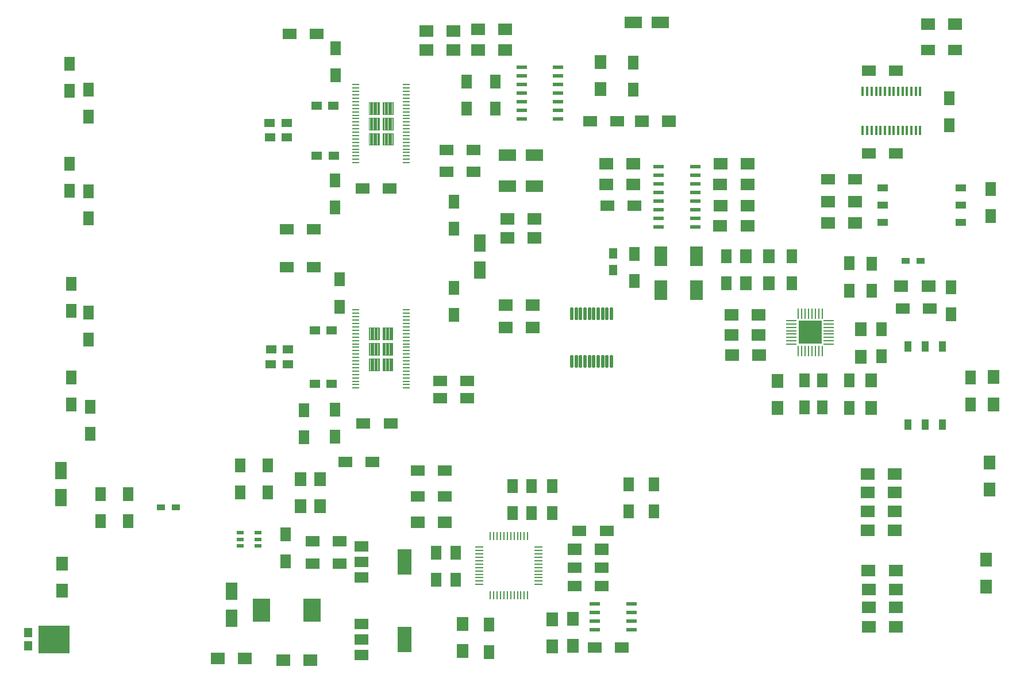
<source format=gtp>
G04 #@! TF.GenerationSoftware,KiCad,Pcbnew,7.0.1*
G04 #@! TF.CreationDate,2024-01-30T15:52:28+01:00*
G04 #@! TF.ProjectId,smd_aio,736d645f-6169-46f2-9e6b-696361645f70,rev?*
G04 #@! TF.SameCoordinates,Original*
G04 #@! TF.FileFunction,Paste,Top*
G04 #@! TF.FilePolarity,Positive*
%FSLAX46Y46*%
G04 Gerber Fmt 4.6, Leading zero omitted, Abs format (unit mm)*
G04 Created by KiCad (PCBNEW 7.0.1) date 2024-01-30 15:52:28*
%MOMM*%
%LPD*%
G01*
G04 APERTURE LIST*
G04 Aperture macros list*
%AMRoundRect*
0 Rectangle with rounded corners*
0 $1 Rounding radius*
0 $2 $3 $4 $5 $6 $7 $8 $9 X,Y pos of 4 corners*
0 Add a 4 corners polygon primitive as box body*
4,1,4,$2,$3,$4,$5,$6,$7,$8,$9,$2,$3,0*
0 Add four circle primitives for the rounded corners*
1,1,$1+$1,$2,$3*
1,1,$1+$1,$4,$5*
1,1,$1+$1,$6,$7*
1,1,$1+$1,$8,$9*
0 Add four rect primitives between the rounded corners*
20,1,$1+$1,$2,$3,$4,$5,0*
20,1,$1+$1,$4,$5,$6,$7,0*
20,1,$1+$1,$6,$7,$8,$9,0*
20,1,$1+$1,$8,$9,$2,$3,0*%
G04 Aperture macros list end*
%ADD10C,0.100000*%
%ADD11R,3.352800X3.352800*%
%ADD12R,1.506100X0.279400*%
%ADD13R,0.279400X1.506100*%
%ADD14R,1.503050X0.279400*%
%ADD15R,1.800860X2.499360*%
%ADD16R,1.000000X0.285000*%
%ADD17R,2.000000X1.600000*%
%ADD18R,1.600000X2.000000*%
%ADD19R,2.499360X1.800860*%
%ADD20R,2.000000X1.700000*%
%ADD21R,1.700000X2.000000*%
%ADD22R,1.200000X0.900000*%
%ADD23R,1.250000X1.500000*%
%ADD24R,1.300000X0.250000*%
%ADD25R,0.250000X1.300000*%
%ADD26R,1.550000X0.600000*%
%ADD27R,1.500000X0.600000*%
%ADD28R,0.355600X1.447800*%
%ADD29R,1.100000X0.600000*%
%ADD30R,1.980000X3.000000*%
%ADD31R,1.500000X1.250000*%
%ADD32R,2.650000X3.500000*%
%ADD33R,1.600000X1.000000*%
%ADD34R,1.000000X1.600000*%
%ADD35R,4.670000X4.160000*%
%ADD36R,1.160000X1.460000*%
%ADD37RoundRect,0.125000X0.125000X-0.825000X0.125000X0.825000X-0.125000X0.825000X-0.125000X-0.825000X0*%
%ADD38R,2.000000X1.500000*%
%ADD39R,2.000000X3.800000*%
G04 APERTURE END LIST*
D10*
X77276000Y-35663000D02*
X77276000Y-33863000D01*
X77376000Y-35663000D02*
X77376000Y-33863000D01*
X77476000Y-35663000D02*
X77476000Y-33863000D01*
X77576000Y-35663000D02*
X77576000Y-33863000D01*
X77676000Y-35663000D02*
X77676000Y-33863000D01*
X77776000Y-35663000D02*
X77776000Y-33863000D01*
X77876000Y-35663000D02*
X77876000Y-33863000D01*
X77976000Y-35663000D02*
X77976000Y-33863000D01*
X78076000Y-35663000D02*
X78076000Y-33863000D01*
X78176000Y-35663000D02*
X78176000Y-33863000D01*
X78276000Y-35663000D02*
X78276000Y-33863000D01*
X78376000Y-35663000D02*
X78376000Y-33863000D01*
X78476000Y-35663000D02*
X78476000Y-33863000D01*
X78576000Y-35663000D02*
X78576000Y-33863000D01*
X77276000Y-37913000D02*
X77276000Y-36163000D01*
X77376000Y-37913000D02*
X77376000Y-36163000D01*
X77476000Y-37913000D02*
X77476000Y-36163000D01*
X77576000Y-37913000D02*
X77576000Y-36163000D01*
X77676000Y-37913000D02*
X77676000Y-36163000D01*
X77776000Y-37913000D02*
X77776000Y-36163000D01*
X77876000Y-37913000D02*
X77876000Y-36163000D01*
X77976000Y-37913000D02*
X77976000Y-36163000D01*
X78076000Y-37913000D02*
X78076000Y-36213000D01*
X78176000Y-37913000D02*
X78176000Y-36163000D01*
X78276000Y-37913000D02*
X78276000Y-36163000D01*
X78376000Y-37913000D02*
X78376000Y-36163000D01*
X78476000Y-37913000D02*
X78476000Y-36163000D01*
X78576000Y-37913000D02*
X78576000Y-36163000D01*
X77176000Y-36163000D02*
X78676000Y-36163000D01*
X77176000Y-37913000D02*
X77176000Y-36163000D01*
X78676000Y-37913000D02*
X77176000Y-37913000D01*
X78676000Y-36163000D02*
X78676000Y-37913000D01*
X77176000Y-33863000D02*
X78676000Y-33863000D01*
X78676000Y-35663000D02*
X77176000Y-35663000D01*
X77176000Y-35663000D02*
X77176000Y-33863000D01*
X78676000Y-33863000D02*
X78676000Y-35663000D01*
X78476000Y-33363000D02*
X78476000Y-31613000D01*
X78076000Y-33363000D02*
X78076000Y-31663000D01*
X77976000Y-33363000D02*
X77976000Y-31613000D01*
X77876000Y-33363000D02*
X77876000Y-31613000D01*
X77776000Y-33363000D02*
X77776000Y-31613000D01*
X77676000Y-33363000D02*
X77676000Y-31613000D01*
X77576000Y-33363000D02*
X77576000Y-31613000D01*
X77476000Y-33363000D02*
X77476000Y-31613000D01*
X77176000Y-31613000D02*
X78676000Y-31613000D01*
X78676000Y-31613000D02*
X78676000Y-33363000D01*
X78576000Y-33363000D02*
X78576000Y-31613000D01*
X77376000Y-33363000D02*
X77376000Y-31613000D01*
X77276000Y-33363000D02*
X77276000Y-31613000D01*
X77176000Y-33363000D02*
X77176000Y-31613000D01*
X78676000Y-33363000D02*
X77176000Y-33363000D01*
X78376000Y-33363000D02*
X78376000Y-31613000D01*
X78276000Y-33363000D02*
X78276000Y-31613000D01*
X78176000Y-33363000D02*
X78176000Y-31613000D01*
X76476000Y-35663000D02*
X76476000Y-33863000D01*
X76076000Y-35663000D02*
X76076000Y-33863000D01*
X75976000Y-35663000D02*
X75976000Y-33863000D01*
X75876000Y-35663000D02*
X75876000Y-33863000D01*
X75176000Y-31613000D02*
X76676000Y-31613000D01*
X76676000Y-31613000D02*
X76676000Y-33363000D01*
X76476000Y-33363000D02*
X76476000Y-31613000D01*
X76376000Y-33363000D02*
X76376000Y-31613000D01*
X75676000Y-33363000D02*
X75676000Y-31613000D01*
X75576000Y-33363000D02*
X75576000Y-31613000D01*
X75276000Y-33363000D02*
X75276000Y-31613000D01*
X75376000Y-33363000D02*
X75376000Y-31613000D01*
X75476000Y-33363000D02*
X75476000Y-31613000D01*
X75176000Y-33363000D02*
X75176000Y-31613000D01*
X76676000Y-33363000D02*
X75176000Y-33363000D01*
X76576000Y-33363000D02*
X76576000Y-31613000D01*
X76276000Y-33363000D02*
X76276000Y-31613000D01*
X75776000Y-33363000D02*
X75776000Y-31613000D01*
X75976000Y-33363000D02*
X75976000Y-31613000D01*
X76076000Y-33363000D02*
X76076000Y-31663000D01*
X75876000Y-33363000D02*
X75876000Y-31613000D01*
X76176000Y-33363000D02*
X76176000Y-31613000D01*
X75176000Y-35663000D02*
X75176000Y-33863000D01*
X75176000Y-33863000D02*
X76676000Y-33863000D01*
X76676000Y-33863000D02*
X76676000Y-35663000D01*
X76576000Y-35663000D02*
X76576000Y-33863000D01*
X75376000Y-35663000D02*
X75376000Y-33863000D01*
X75276000Y-35663000D02*
X75276000Y-33863000D01*
X76676000Y-35663000D02*
X75176000Y-35663000D01*
X76376000Y-35663000D02*
X76376000Y-33863000D01*
X76276000Y-35663000D02*
X76276000Y-33863000D01*
X76176000Y-35663000D02*
X76176000Y-33863000D01*
X75776000Y-35663000D02*
X75776000Y-33863000D01*
X75676000Y-35663000D02*
X75676000Y-33863000D01*
X75576000Y-35663000D02*
X75576000Y-33863000D01*
X75476000Y-35663000D02*
X75476000Y-33863000D01*
X76676000Y-37913000D02*
X75176000Y-37913000D01*
X76476000Y-37913000D02*
X76476000Y-36163000D01*
X75276000Y-37913000D02*
X75276000Y-36163000D01*
X75176000Y-37913000D02*
X75176000Y-36163000D01*
X75676000Y-37913000D02*
X75676000Y-36163000D01*
X75376000Y-37913000D02*
X75376000Y-36163000D01*
X75576000Y-37913000D02*
X75576000Y-36163000D01*
X75776000Y-37913000D02*
X75776000Y-36163000D01*
X75476000Y-37913000D02*
X75476000Y-36163000D01*
X75176000Y-36163000D02*
X76676000Y-36163000D01*
X76376000Y-37913000D02*
X76376000Y-36163000D01*
X76676000Y-36163000D02*
X76676000Y-37913000D01*
X76576000Y-37913000D02*
X76576000Y-36163000D01*
X76276000Y-37913000D02*
X76276000Y-36163000D01*
X75876000Y-37913000D02*
X75876000Y-36163000D01*
X75976000Y-37913000D02*
X75976000Y-36163000D01*
X76176000Y-37913000D02*
X76176000Y-36163000D01*
X76076000Y-37913000D02*
X76076000Y-36213000D01*
X77248000Y-68864000D02*
X77248000Y-67064000D01*
X77348000Y-68864000D02*
X77348000Y-67064000D01*
X77448000Y-68864000D02*
X77448000Y-67064000D01*
X77548000Y-68864000D02*
X77548000Y-67064000D01*
X77648000Y-68864000D02*
X77648000Y-67064000D01*
X77748000Y-68864000D02*
X77748000Y-67064000D01*
X77848000Y-68864000D02*
X77848000Y-67064000D01*
X77948000Y-68864000D02*
X77948000Y-67064000D01*
X78048000Y-68864000D02*
X78048000Y-67064000D01*
X78148000Y-68864000D02*
X78148000Y-67064000D01*
X78248000Y-68864000D02*
X78248000Y-67064000D01*
X78348000Y-68864000D02*
X78348000Y-67064000D01*
X78448000Y-68864000D02*
X78448000Y-67064000D01*
X78548000Y-68864000D02*
X78548000Y-67064000D01*
X77248000Y-71114000D02*
X77248000Y-69364000D01*
X77348000Y-71114000D02*
X77348000Y-69364000D01*
X77448000Y-71114000D02*
X77448000Y-69364000D01*
X77548000Y-71114000D02*
X77548000Y-69364000D01*
X77648000Y-71114000D02*
X77648000Y-69364000D01*
X77748000Y-71114000D02*
X77748000Y-69364000D01*
X77848000Y-71114000D02*
X77848000Y-69364000D01*
X77948000Y-71114000D02*
X77948000Y-69364000D01*
X78048000Y-71114000D02*
X78048000Y-69414000D01*
X78148000Y-71114000D02*
X78148000Y-69364000D01*
X78248000Y-71114000D02*
X78248000Y-69364000D01*
X78348000Y-71114000D02*
X78348000Y-69364000D01*
X78448000Y-71114000D02*
X78448000Y-69364000D01*
X78548000Y-71114000D02*
X78548000Y-69364000D01*
X77148000Y-69364000D02*
X78648000Y-69364000D01*
X77148000Y-71114000D02*
X77148000Y-69364000D01*
X78648000Y-71114000D02*
X77148000Y-71114000D01*
X78648000Y-69364000D02*
X78648000Y-71114000D01*
X77148000Y-67064000D02*
X78648000Y-67064000D01*
X78648000Y-68864000D02*
X77148000Y-68864000D01*
X77148000Y-68864000D02*
X77148000Y-67064000D01*
X78648000Y-67064000D02*
X78648000Y-68864000D01*
X78448000Y-66564000D02*
X78448000Y-64814000D01*
X78048000Y-66564000D02*
X78048000Y-64864000D01*
X77948000Y-66564000D02*
X77948000Y-64814000D01*
X77848000Y-66564000D02*
X77848000Y-64814000D01*
X77748000Y-66564000D02*
X77748000Y-64814000D01*
X77648000Y-66564000D02*
X77648000Y-64814000D01*
X77548000Y-66564000D02*
X77548000Y-64814000D01*
X77448000Y-66564000D02*
X77448000Y-64814000D01*
X77148000Y-64814000D02*
X78648000Y-64814000D01*
X78648000Y-64814000D02*
X78648000Y-66564000D01*
X78548000Y-66564000D02*
X78548000Y-64814000D01*
X77348000Y-66564000D02*
X77348000Y-64814000D01*
X77248000Y-66564000D02*
X77248000Y-64814000D01*
X77148000Y-66564000D02*
X77148000Y-64814000D01*
X78648000Y-66564000D02*
X77148000Y-66564000D01*
X78348000Y-66564000D02*
X78348000Y-64814000D01*
X78248000Y-66564000D02*
X78248000Y-64814000D01*
X78148000Y-66564000D02*
X78148000Y-64814000D01*
X76448000Y-68864000D02*
X76448000Y-67064000D01*
X76048000Y-68864000D02*
X76048000Y-67064000D01*
X75948000Y-68864000D02*
X75948000Y-67064000D01*
X75848000Y-68864000D02*
X75848000Y-67064000D01*
X75148000Y-64814000D02*
X76648000Y-64814000D01*
X76648000Y-64814000D02*
X76648000Y-66564000D01*
X76448000Y-66564000D02*
X76448000Y-64814000D01*
X76348000Y-66564000D02*
X76348000Y-64814000D01*
X75648000Y-66564000D02*
X75648000Y-64814000D01*
X75548000Y-66564000D02*
X75548000Y-64814000D01*
X75248000Y-66564000D02*
X75248000Y-64814000D01*
X75348000Y-66564000D02*
X75348000Y-64814000D01*
X75448000Y-66564000D02*
X75448000Y-64814000D01*
X75148000Y-66564000D02*
X75148000Y-64814000D01*
X76648000Y-66564000D02*
X75148000Y-66564000D01*
X76548000Y-66564000D02*
X76548000Y-64814000D01*
X76248000Y-66564000D02*
X76248000Y-64814000D01*
X75748000Y-66564000D02*
X75748000Y-64814000D01*
X75948000Y-66564000D02*
X75948000Y-64814000D01*
X76048000Y-66564000D02*
X76048000Y-64864000D01*
X75848000Y-66564000D02*
X75848000Y-64814000D01*
X76148000Y-66564000D02*
X76148000Y-64814000D01*
X75148000Y-68864000D02*
X75148000Y-67064000D01*
X75148000Y-67064000D02*
X76648000Y-67064000D01*
X76648000Y-67064000D02*
X76648000Y-68864000D01*
X76548000Y-68864000D02*
X76548000Y-67064000D01*
X75348000Y-68864000D02*
X75348000Y-67064000D01*
X75248000Y-68864000D02*
X75248000Y-67064000D01*
X76648000Y-68864000D02*
X75148000Y-68864000D01*
X76348000Y-68864000D02*
X76348000Y-67064000D01*
X76248000Y-68864000D02*
X76248000Y-67064000D01*
X76148000Y-68864000D02*
X76148000Y-67064000D01*
X75748000Y-68864000D02*
X75748000Y-67064000D01*
X75648000Y-68864000D02*
X75648000Y-67064000D01*
X75548000Y-68864000D02*
X75548000Y-67064000D01*
X75448000Y-68864000D02*
X75448000Y-67064000D01*
X76648000Y-71114000D02*
X75148000Y-71114000D01*
X76448000Y-71114000D02*
X76448000Y-69364000D01*
X75248000Y-71114000D02*
X75248000Y-69364000D01*
X75148000Y-71114000D02*
X75148000Y-69364000D01*
X75648000Y-71114000D02*
X75648000Y-69364000D01*
X75348000Y-71114000D02*
X75348000Y-69364000D01*
X75548000Y-71114000D02*
X75548000Y-69364000D01*
X75748000Y-71114000D02*
X75748000Y-69364000D01*
X75448000Y-71114000D02*
X75448000Y-69364000D01*
X75148000Y-69364000D02*
X76648000Y-69364000D01*
X76348000Y-71114000D02*
X76348000Y-69364000D01*
X76648000Y-69364000D02*
X76648000Y-71114000D01*
X76548000Y-71114000D02*
X76548000Y-69364000D01*
X76248000Y-71114000D02*
X76248000Y-69364000D01*
X75848000Y-71114000D02*
X75848000Y-69364000D01*
X75948000Y-71114000D02*
X75948000Y-69364000D01*
X76148000Y-71114000D02*
X76148000Y-69364000D01*
X76048000Y-71114000D02*
X76048000Y-69414000D01*
D11*
X140151000Y-65513000D03*
D12*
X142897950Y-63763001D03*
X142897950Y-64263000D03*
X142897950Y-64762999D03*
X142897950Y-65263000D03*
X142897950Y-65763000D03*
X142897950Y-66263001D03*
X142897950Y-66763000D03*
X142897950Y-67262999D03*
D13*
X141900999Y-68259950D03*
X141401000Y-68259950D03*
X140901001Y-68259950D03*
X140401000Y-68259950D03*
X139901000Y-68259950D03*
X139400999Y-68259950D03*
X138901000Y-68259950D03*
X138401001Y-68259950D03*
D12*
X137404050Y-67262999D03*
X137404050Y-66763000D03*
D14*
X137402525Y-66263001D03*
D12*
X137404050Y-65763000D03*
X137404050Y-65263000D03*
X137404050Y-64762999D03*
X137404050Y-64263000D03*
X137404050Y-63763001D03*
D13*
X138401001Y-62766050D03*
X138901000Y-62766050D03*
X139400999Y-62766050D03*
X139901000Y-62766050D03*
X140401000Y-62766050D03*
X140901001Y-62766050D03*
X141401000Y-62766050D03*
X141900999Y-62766050D03*
D15*
X91440000Y-52357020D03*
X91440000Y-56354980D03*
D16*
X80676000Y-40513000D03*
X80676000Y-40013000D03*
X80676000Y-39513000D03*
X80676000Y-39013000D03*
X80676000Y-38513000D03*
X80676000Y-38013000D03*
X80676000Y-37513000D03*
X80676000Y-37013000D03*
X80676000Y-36513000D03*
X80676000Y-36013000D03*
X80676000Y-35513000D03*
X80676000Y-35013000D03*
X80676000Y-34513000D03*
X80676000Y-34013000D03*
X80676000Y-33513000D03*
X80676000Y-33013000D03*
X80676000Y-32513000D03*
X80676000Y-32013000D03*
X80676000Y-31513000D03*
X80676000Y-31013000D03*
X80676000Y-30513000D03*
X80676000Y-30013000D03*
X80676000Y-29513000D03*
X80676000Y-29013000D03*
X73176000Y-29013000D03*
X73176000Y-29513000D03*
X73176000Y-30013000D03*
X73176000Y-30513000D03*
X73176000Y-31013000D03*
X73176000Y-31513000D03*
X73176000Y-32013000D03*
X73176000Y-32513000D03*
X73176000Y-33013000D03*
X73176000Y-33513000D03*
X73176000Y-34013000D03*
X73176000Y-34513000D03*
X73176000Y-35013000D03*
X73176000Y-35513000D03*
X73176000Y-36013000D03*
X73176000Y-36513000D03*
X73176000Y-37013000D03*
X73176000Y-37513000D03*
X73176000Y-38013000D03*
X73176000Y-38513000D03*
X73176000Y-39013000D03*
X73176000Y-39513000D03*
X73176000Y-40013000D03*
X73176000Y-40513000D03*
X80648000Y-73714000D03*
X80648000Y-73214000D03*
X80648000Y-72714000D03*
X80648000Y-72214000D03*
X80648000Y-71714000D03*
X80648000Y-71214000D03*
X80648000Y-70714000D03*
X80648000Y-70214000D03*
X80648000Y-69714000D03*
X80648000Y-69214000D03*
X80648000Y-68714000D03*
X80648000Y-68214000D03*
X80648000Y-67714000D03*
X80648000Y-67214000D03*
X80648000Y-66714000D03*
X80648000Y-66214000D03*
X80648000Y-65714000D03*
X80648000Y-65214000D03*
X80648000Y-64714000D03*
X80648000Y-64214000D03*
X80648000Y-63714000D03*
X80648000Y-63214000D03*
X80648000Y-62714000D03*
X80648000Y-62214000D03*
X73148000Y-62214000D03*
X73148000Y-62714000D03*
X73148000Y-63214000D03*
X73148000Y-63714000D03*
X73148000Y-64214000D03*
X73148000Y-64714000D03*
X73148000Y-65214000D03*
X73148000Y-65714000D03*
X73148000Y-66214000D03*
X73148000Y-66714000D03*
X73148000Y-67214000D03*
X73148000Y-67714000D03*
X73148000Y-68214000D03*
X73148000Y-68714000D03*
X73148000Y-69214000D03*
X73148000Y-69714000D03*
X73148000Y-70214000D03*
X73148000Y-70714000D03*
X73148000Y-71214000D03*
X73148000Y-71714000D03*
X73148000Y-72214000D03*
X73148000Y-72714000D03*
X73148000Y-73214000D03*
X73148000Y-73714000D03*
D17*
X157512000Y-23876000D03*
X161512000Y-23876000D03*
D18*
X85051000Y-101963000D03*
X85051000Y-97963000D03*
X87951000Y-101963000D03*
X87951000Y-97963000D03*
X92800000Y-112610000D03*
X92800000Y-108610000D03*
D17*
X110151000Y-94763000D03*
X106151000Y-94763000D03*
D18*
X113411000Y-87916000D03*
X113411000Y-91916000D03*
X117094000Y-87916000D03*
X117094000Y-91916000D03*
D17*
X86328000Y-85852000D03*
X82328000Y-85852000D03*
X86328000Y-89662000D03*
X82328000Y-89662000D03*
X112401000Y-111963000D03*
X108401000Y-111963000D03*
D18*
X99060000Y-92170000D03*
X99060000Y-88170000D03*
X102108000Y-92170000D03*
X102108000Y-88170000D03*
X96266000Y-92163000D03*
X96266000Y-88163000D03*
D17*
X109442000Y-102870000D03*
X105442000Y-102870000D03*
X109442000Y-100213000D03*
X105442000Y-100213000D03*
X107726000Y-34388000D03*
X111726000Y-34388000D03*
D18*
X114076000Y-25763000D03*
X114076000Y-29763000D03*
X93726000Y-32553000D03*
X93726000Y-28553000D03*
X89531000Y-32553000D03*
X89531000Y-28553000D03*
D17*
X90576000Y-41868000D03*
X86576000Y-41868000D03*
X90551000Y-38593000D03*
X86551000Y-38593000D03*
D18*
X87630000Y-50260000D03*
X87630000Y-46260000D03*
D17*
X74201000Y-44288000D03*
X78201000Y-44288000D03*
D18*
X70181000Y-43093000D03*
X70181000Y-47093000D03*
X70251000Y-27613000D03*
X70251000Y-23613000D03*
D17*
X67041000Y-50293000D03*
X63041000Y-50293000D03*
X67426000Y-21563000D03*
X63426000Y-21563000D03*
D18*
X33782000Y-48704000D03*
X33782000Y-44704000D03*
X30988000Y-40672000D03*
X30988000Y-44672000D03*
X33782000Y-33750000D03*
X33782000Y-29750000D03*
X30988000Y-25940000D03*
X30988000Y-29940000D03*
X137414000Y-58261000D03*
X137414000Y-54261000D03*
X139310999Y-72598000D03*
X139310999Y-76598000D03*
X145926000Y-59338000D03*
X145926000Y-55338000D03*
X145876000Y-76613000D03*
X145876000Y-72613000D03*
X141900000Y-72600000D03*
X141900000Y-76600000D03*
D17*
X152801000Y-26963000D03*
X148801000Y-26963000D03*
X152801000Y-39163000D03*
X148801000Y-39163000D03*
D18*
X160639001Y-35000000D03*
X160639001Y-31000000D03*
D17*
X153751000Y-62013000D03*
X157751000Y-62013000D03*
D18*
X160876000Y-58838000D03*
X160876000Y-62838000D03*
X149201000Y-55363000D03*
X149201000Y-59363000D03*
X35560000Y-89313000D03*
X35560000Y-93313000D03*
X39624000Y-89313000D03*
X39624000Y-93313000D03*
X56134000Y-85122000D03*
X56134000Y-89122000D03*
X60198000Y-85122000D03*
X60198000Y-89122000D03*
X62818000Y-99282000D03*
X62818000Y-95282000D03*
D17*
X71660000Y-84582000D03*
X75660000Y-84582000D03*
X70834000Y-99568000D03*
X66834000Y-99568000D03*
X70834000Y-96266000D03*
X66834000Y-96266000D03*
D18*
X87630000Y-62960000D03*
X87630000Y-58960000D03*
D17*
X89598000Y-75184000D03*
X85598000Y-75184000D03*
X89623000Y-72644000D03*
X85623000Y-72644000D03*
X74323000Y-78939000D03*
X78323000Y-78939000D03*
D18*
X70104000Y-76867000D03*
X70104000Y-80867000D03*
X70813000Y-61714000D03*
X70813000Y-57714000D03*
X65532000Y-76994000D03*
X65532000Y-80994000D03*
D17*
X67024000Y-55880000D03*
X63024000Y-55880000D03*
D18*
X34036000Y-80486000D03*
X34036000Y-76486000D03*
X31242000Y-72168000D03*
X31242000Y-76168000D03*
X33782000Y-66583000D03*
X33782000Y-62583000D03*
X31242000Y-58353000D03*
X31242000Y-62353000D03*
X114251000Y-53963000D03*
X114251000Y-57963000D03*
D17*
X114251000Y-46813000D03*
X110251000Y-46813000D03*
D19*
X114079020Y-19812000D03*
X118076980Y-19812000D03*
D20*
X99536000Y-51562000D03*
X95536000Y-51562000D03*
D21*
X149176000Y-76613000D03*
X149176000Y-72613000D03*
D20*
X132576499Y-65898500D03*
X128576499Y-65898500D03*
D15*
X29718000Y-85885020D03*
X29718000Y-89882980D03*
X54864000Y-103665020D03*
X54864000Y-107662980D03*
D20*
X99282000Y-61468000D03*
X95282000Y-61468000D03*
X52864000Y-113538000D03*
X56864000Y-113538000D03*
D21*
X29925000Y-99600000D03*
X29925000Y-103600000D03*
D22*
X154228833Y-54962500D03*
X156428833Y-54962500D03*
X44493000Y-91313000D03*
X46693000Y-91313000D03*
D23*
X111151000Y-56363000D03*
X111151000Y-53863000D03*
D20*
X157512000Y-20066000D03*
X161512000Y-20066000D03*
D21*
X88900000Y-112490000D03*
X88900000Y-108490000D03*
D20*
X86328000Y-93472000D03*
X82328000Y-93472000D03*
D21*
X105156000Y-111728000D03*
X105156000Y-107728000D03*
D20*
X105442000Y-97513000D03*
X109442000Y-97513000D03*
D21*
X102108000Y-111813000D03*
X102108000Y-107813000D03*
X166573000Y-88691000D03*
X166573000Y-84691000D03*
X166101000Y-103013000D03*
X166101000Y-99013000D03*
D20*
X148622000Y-94663000D03*
X152622000Y-94663000D03*
X148622000Y-89094000D03*
X152622000Y-89094000D03*
X148779000Y-108889000D03*
X152779000Y-108889000D03*
X148779000Y-103393000D03*
X152779000Y-103393000D03*
X148622000Y-91913000D03*
X152622000Y-91913000D03*
X148622000Y-86350000D03*
X152622000Y-86350000D03*
X148801000Y-106063000D03*
X152801000Y-106063000D03*
X148751000Y-100613000D03*
X152751000Y-100613000D03*
X99536000Y-48768000D03*
X95536000Y-48768000D03*
D21*
X134026000Y-54261000D03*
X134026000Y-58261000D03*
X130683000Y-54261000D03*
X130683000Y-58261000D03*
X135301000Y-76663000D03*
X135301000Y-72663000D03*
D20*
X128615501Y-68893500D03*
X132615501Y-68893500D03*
D21*
X147574000Y-69088000D03*
X147574000Y-65088000D03*
D20*
X128551000Y-62913000D03*
X132551000Y-62913000D03*
X157576000Y-58738000D03*
X153576000Y-58738000D03*
D21*
X67924000Y-91154000D03*
X67924000Y-87154000D03*
X65024000Y-87154000D03*
X65024000Y-91154000D03*
D20*
X99282000Y-64770000D03*
X95282000Y-64770000D03*
X130901000Y-43713000D03*
X126901000Y-43713000D03*
X110101000Y-40663000D03*
X114101000Y-40663000D03*
X110101000Y-43713000D03*
X114101000Y-43713000D03*
X130901000Y-49813000D03*
X126901000Y-49813000D03*
X130951000Y-46813000D03*
X126951000Y-46813000D03*
X130951000Y-40663000D03*
X126951000Y-40663000D03*
X66516000Y-113792000D03*
X62516000Y-113792000D03*
D24*
X91426000Y-97163000D03*
X91426000Y-97663000D03*
X91426000Y-98163000D03*
X91426000Y-98663000D03*
X91426000Y-99163000D03*
X91426000Y-99663000D03*
X91426000Y-100163000D03*
X91426000Y-100663000D03*
X91426000Y-101163000D03*
X91426000Y-101663000D03*
X91426000Y-102163000D03*
X91426000Y-102663000D03*
D25*
X93026000Y-104263000D03*
X93526000Y-104263000D03*
X94026000Y-104263000D03*
X94526000Y-104263000D03*
X95026000Y-104263000D03*
X95526000Y-104263000D03*
X96026000Y-104263000D03*
X96526000Y-104263000D03*
X97026000Y-104263000D03*
X97526000Y-104263000D03*
X98026000Y-104263000D03*
X98526000Y-104263000D03*
D24*
X100126000Y-102663000D03*
X100126000Y-102163000D03*
X100126000Y-101663000D03*
X100126000Y-101163000D03*
X100126000Y-100663000D03*
X100126000Y-100163000D03*
X100126000Y-99663000D03*
X100126000Y-99163000D03*
X100126000Y-98663000D03*
X100126000Y-98163000D03*
X100126000Y-97663000D03*
X100126000Y-97163000D03*
D25*
X98526000Y-95563000D03*
X98026000Y-95563000D03*
X97526000Y-95563000D03*
X97026000Y-95563000D03*
X96526000Y-95563000D03*
X96026000Y-95563000D03*
X95526000Y-95563000D03*
X95026000Y-95563000D03*
X94526000Y-95563000D03*
X94026000Y-95563000D03*
X93526000Y-95563000D03*
X93026000Y-95563000D03*
D26*
X113792905Y-109363000D03*
X113792905Y-108093000D03*
X113792905Y-106823000D03*
X113792905Y-105553000D03*
X108392905Y-105553000D03*
X108392905Y-106823000D03*
X108392905Y-108093000D03*
X108392905Y-109363000D03*
D27*
X103026000Y-34048000D03*
X103026000Y-32778000D03*
X103026000Y-31508000D03*
X103026000Y-30238000D03*
X103026000Y-28968000D03*
X103026000Y-27698000D03*
X103026000Y-26428000D03*
X97626000Y-26428000D03*
X97626000Y-27698000D03*
X97626000Y-28968000D03*
X97626000Y-30238000D03*
X97626000Y-31508000D03*
X97626000Y-32778000D03*
X97626000Y-34048000D03*
D28*
X156356381Y-30013501D03*
X155706380Y-30013501D03*
X155056381Y-30013501D03*
X154406380Y-30013501D03*
X153756382Y-30013501D03*
X153106380Y-30013501D03*
X152456382Y-30013501D03*
X151806383Y-30013501D03*
X151156382Y-30013501D03*
X150506383Y-30013501D03*
X149856382Y-30013501D03*
X149206383Y-30013501D03*
X148556382Y-30013501D03*
X147906383Y-30013501D03*
X147906381Y-35779301D03*
X148556382Y-35779301D03*
X149206381Y-35779301D03*
X149856382Y-35779301D03*
X150506380Y-35779301D03*
X151156382Y-35779301D03*
X151806380Y-35779301D03*
X152456382Y-35779301D03*
X153106380Y-35779301D03*
X153756382Y-35779301D03*
X154406380Y-35779301D03*
X155056381Y-35779301D03*
X155706380Y-35779301D03*
X156356381Y-35779301D03*
D29*
X58834000Y-96962000D03*
X58834000Y-96012000D03*
X58834000Y-95062000D03*
X56134000Y-95062000D03*
X56134000Y-96012000D03*
X56134000Y-96962000D03*
D27*
X123201000Y-49958000D03*
X123201000Y-48688000D03*
X123201000Y-47418000D03*
X123201000Y-46148000D03*
X123201000Y-44878000D03*
X123201000Y-43608000D03*
X123201000Y-42338000D03*
X123201000Y-41068000D03*
X117801000Y-41068000D03*
X117801000Y-42338000D03*
X117801000Y-43608000D03*
X117801000Y-44878000D03*
X117801000Y-46148000D03*
X117801000Y-47418000D03*
X117801000Y-48688000D03*
X117801000Y-49958000D03*
D30*
X118171000Y-59263000D03*
X123431000Y-59263000D03*
X123431000Y-54263000D03*
X118171000Y-54263000D03*
D31*
X60551000Y-36788000D03*
X63051000Y-36788000D03*
X67451000Y-39443000D03*
X69951000Y-39443000D03*
X67426000Y-32113000D03*
X69926000Y-32113000D03*
X60526000Y-34638000D03*
X63026000Y-34638000D03*
X60663000Y-70224000D03*
X63163000Y-70224000D03*
X67163000Y-73054000D03*
X69663000Y-73054000D03*
X67163000Y-65204000D03*
X69663000Y-65204000D03*
X60703000Y-68014000D03*
X63203000Y-68014000D03*
D32*
X59267000Y-106426000D03*
X66717000Y-106426000D03*
D17*
X146775000Y-42950000D03*
X142775000Y-42950000D03*
D18*
X166725000Y-44350000D03*
X166725000Y-48350000D03*
X163775000Y-72150000D03*
X163775000Y-76150000D03*
X150622000Y-69056000D03*
X150622000Y-65056000D03*
X127762000Y-58261000D03*
X127762000Y-54261000D03*
D20*
X142775000Y-46225000D03*
X146775000Y-46225000D03*
X146775000Y-49425000D03*
X142775000Y-49425000D03*
D21*
X167200000Y-72100000D03*
X167200000Y-76100000D03*
D33*
X150850000Y-44260000D03*
X150850000Y-46800000D03*
X150850000Y-49340000D03*
X162350000Y-49340000D03*
X162350000Y-46800000D03*
X162350000Y-44260000D03*
D34*
X154585000Y-79075000D03*
X157125000Y-79075000D03*
X159665000Y-79075000D03*
X159665000Y-67575000D03*
X157125000Y-67575000D03*
X154585000Y-67575000D03*
D35*
X28702000Y-110744000D03*
D36*
X24952000Y-111729000D03*
X24952000Y-109759000D03*
D20*
X87598000Y-23876000D03*
X83598000Y-23876000D03*
X119316000Y-34438000D03*
X115316000Y-34438000D03*
D21*
X109220000Y-29686000D03*
X109220000Y-25686000D03*
D19*
X95537020Y-39370000D03*
X99534980Y-39370000D03*
D37*
X105025000Y-69794000D03*
X105675000Y-69794000D03*
X106325000Y-69794000D03*
X106975000Y-69794000D03*
X107625000Y-69794000D03*
X108275000Y-69794000D03*
X108925000Y-69794000D03*
X109575000Y-69794000D03*
X110225000Y-69794000D03*
X110875000Y-69794000D03*
X110875000Y-62794000D03*
X110225000Y-62794000D03*
X109575000Y-62794000D03*
X108925000Y-62794000D03*
X108275000Y-62794000D03*
X107625000Y-62794000D03*
X106975000Y-62794000D03*
X106325000Y-62794000D03*
X105675000Y-62794000D03*
X105025000Y-62794000D03*
D20*
X83598000Y-21082000D03*
X87598000Y-21082000D03*
D38*
X74066000Y-108444000D03*
X74066000Y-110744000D03*
D39*
X80366000Y-110744000D03*
D38*
X74066000Y-113044000D03*
D20*
X91218000Y-23876000D03*
X95218000Y-23876000D03*
D38*
X74066000Y-97014000D03*
X74066000Y-99314000D03*
D39*
X80366000Y-99314000D03*
D38*
X74066000Y-101614000D03*
D19*
X95537020Y-43942000D03*
X99534980Y-43942000D03*
D20*
X91218000Y-20828000D03*
X95218000Y-20828000D03*
M02*

</source>
